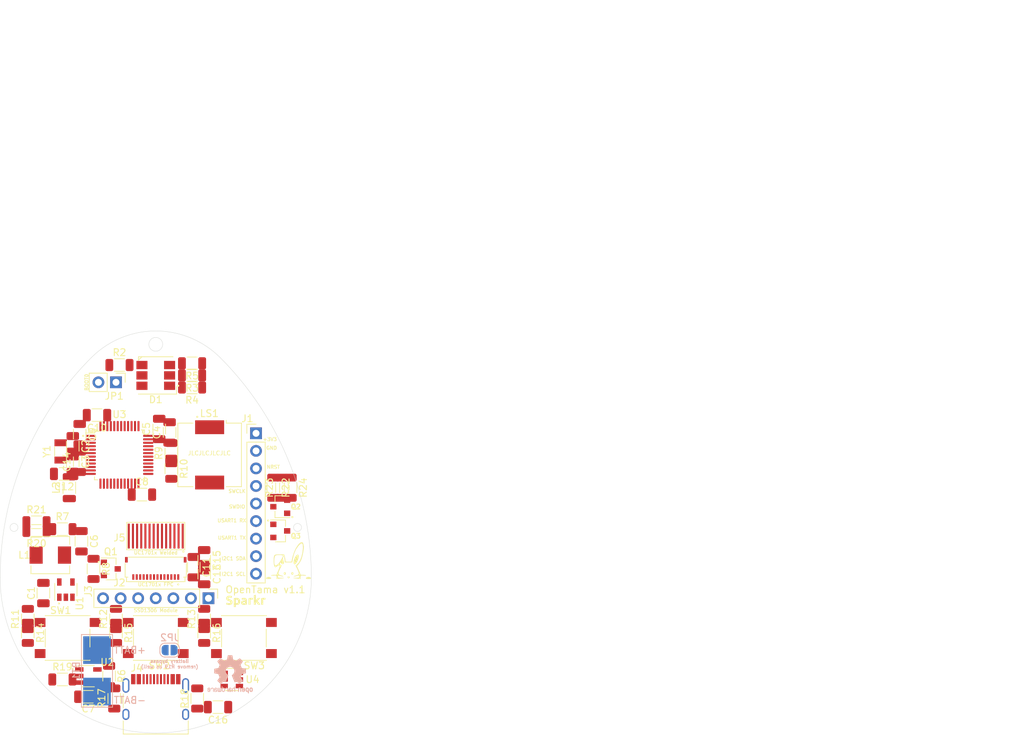
<source format=kicad_pcb>
(kicad_pcb (version 20221018) (generator pcbnew)
  (title_block (title "OpenTama") (date "2022-04-18") (rev "2.0") (comment 1 "Licensed under CERN-OHL-S v2") (comment 2 "gkbartleyjr@gmail.com") (comment 3 "G. Keith Bartley, Jr.") (comment 4 "Modified from https://github.com/Sparkr-tech/opentama"))
  (layers (0 "F.Cu" signal) (31 "B.Cu" signal) (34 "B.Paste" user) (35 "F.Paste" user) (36 "B.SilkS" user "B.Silkscreen") (37 "F.SilkS" user "F.Silkscreen") (38 "B.Mask" user) (39 "F.Mask" user) (44 "Edge.Cuts" user))
  (net 0 "")
  (net 1 "-BATT")
  (net 2 "+BATT")
  (net 3 "OSC32_IN")
  (net 4 "OSC32_OUT")
  (net 5 "+3V3")
  (net 6 "Net-(U1-FB)")
  (net 7 "+5V")
  (net 8 "Net-(J2-Pin_3)")
  (net 9 "+3.3VA")
  (net 10 "Net-(J2-Pin_7)")
  (net 11 "Net-(J2-Pin_6)")
  (net 12 "Net-(J2-Pin_4)")
  (net 13 "Net-(J2-Pin_5)")
  (net 14 "Net-(D1-BA)")
  (net 15 "Net-(D1-RA)")
  (net 16 "Net-(D1-GA)")
  (net 17 "NRST")
  (net 18 "SWCLK")
  (net 19 "SWDIO")
  (net 20 "USART1_RX")
  (net 21 "USART1_TX")
  (net 22 "I2C1_SDA")
  (net 23 "I2C1_SCL")
  (net 24 "Net-(J2-Pin_1)")
  (net 25 "SCREEN_DIN")
  (net 26 "SCREEN_CLK")
  (net 27 "SCREEN_DC")
  (net 28 "SCREEN_RES")
  (net 29 "SCREEN_CS")
  (net 30 "USB_CONN_D+")
  (net 32 "Net-(J4-CC1)")
  (net 33 "USB_CONN_D-")
  (net 35 "Net-(J4-CC2)")
  (net 36 "BOOT0")
  (net 37 "Net-(U1-SW)")
  (net 38 "Net-(LS1-Pad1)")
  (net 39 "BL_EN")
  (net 40 "NCHARG")
  (net 41 "RED_LED")
  (net 42 "GREEN_LED")
  (net 43 "BLUE_LED")
  (net 44 "Net-(Q2-D)")
  (net 45 "SPEAKER")
  (net 46 "LEFT_BTN")
  (net 47 "MIDDLE_BTN")
  (net 48 "RIGHT_BTN")
  (net 49 "Net-(Q3-D)")
  (net 50 "Net-(U2-PROG)")
  (net 51 "Net-(U2-BAT)")
  (net 58 "USB_D-")
  (net 59 "USB_D+")
  (net 61 "Net-(R11-Pad1)")
  (net 62 "Net-(R12-Pad1)")
  (net 63 "Net-(R13-Pad1)")
  (net 65 "VBUS_SENSE")
  (net 66 "VBATT_MEAS")
  (net 68 "VBATT_ANA")
  (footprint "Capacitor_SMD:C_1206_3216Metric" (layer "F.Cu") (at 133.75 103.5 -90)
    (fp_text reference "C1" (at 0 1.75 90) (layer "F.SilkS"))
    (fp_text value "4.7uF")
    (pad "1" smd roundrect (at -1.475 0 270) (size 1.15 1.8) (layers "F.Cu" "F.Paste" "F.Mask") (roundrect_rratio 0.2173904348) (net 2 "+BATT"))
    (pad "2" smd roundrect (at 1.475 0 270) (size 1.15 1.8) (layers "F.Cu" "F.Paste" "F.Mask") (roundrect_rratio 0.2173904348) (net 1 "-BATT"))
  )
  (footprint "Capacitor_SMD:C_1206_3216Metric" (layer "F.Cu") (at 139.25 96 -90)
    (fp_text reference "C6" (at 0 -1.85 90) (layer "F.SilkS"))
    (fp_text value "10uF")
    (pad "1" smd roundrect (at -1.475 0 270) (size 1.15 1.8) (layers "F.Cu" "F.Paste" "F.Mask") (roundrect_rratio 0.2173904348) (net 6 "Net-(U1-FB)"))
    (pad "2" smd roundrect (at 1.475 0 270) (size 1.15 1.8) (layers "F.Cu" "F.Paste" "F.Mask") (roundrect_rratio 0.2173904348) (net 1 "-BATT"))
  )
  (footprint "Capacitor_SMD:C_1206_3216Metric" (layer "F.Cu") (at 140.25 118.5)
    (fp_text reference "C7" (at 0 1.75) (layer "F.SilkS"))
    (fp_text value "1uF")
    (pad "1" smd roundrect (at -1.475 0) (size 1.15 1.8) (layers "F.Cu" "F.Paste" "F.Mask") (roundrect_rratio 0.2173904348) (net 1 "-BATT"))
    (pad "2" smd roundrect (at 1.475 0) (size 1.15 1.8) (layers "F.Cu" "F.Paste" "F.Mask") (roundrect_rratio 0.2173904348) (net 7 "+5V"))
  )
  (footprint "Capacitor_SMD:C_1206_3216Metric" (layer "F.Cu") (at 155.5 99.75 -90)
    (fp_text reference "C11" (at 0 -1.85 -90) (layer "F.SilkS"))
    (fp_text value "330nF/25V")
    (pad "1" smd roundrect (at -1.475 0 270) (size 1.15 1.8) (layers "F.Cu" "F.Paste" "F.Mask") (roundrect_rratio 0.217391) (net 8 "Net-(J2-Pin_3)"))
    (pad "2" smd roundrect (at 1.475 0 270) (size 1.15 1.8) (layers "F.Cu" "F.Paste" "F.Mask") (roundrect_rratio 0.217391) (net 1 "-BATT"))
  )
  (footprint "Capacitor_SMD:C_1206_3216Metric" (layer "F.Cu") (at 157 100.75 -90)
    (fp_text reference "C13" (at 0 -1.85 -90) (layer "F.SilkS"))
    (fp_text value "2.2uF/5V")
    (pad "1" smd roundrect (at -1.475 0 270) (size 1.15 1.8) (layers "F.Cu" "F.Paste" "F.Mask") (roundrect_rratio 0.217391) (net 11 "Net-(J2-Pin_6)"))
    (pad "2" smd roundrect (at 1.475 0 270) (size 1.15 1.8) (layers "F.Cu" "F.Paste" "F.Mask") (roundrect_rratio 0.217391) (net 10 "Net-(J2-Pin_7)"))
  )
  (footprint "Capacitor_SMD:C_1206_3216Metric" (layer "F.Cu") (at 157 98.75 -90)
    (fp_text reference "C15" (at 0 -1.85 -90) (layer "F.SilkS"))
    (fp_text value "2.2uF/5V")
    (pad "1" smd roundrect (at -1.475 0 270) (size 1.15 1.8) (layers "F.Cu" "F.Paste" "F.Mask") (roundrect_rratio 0.217391) (net 12 "Net-(J2-Pin_4)"))
    (pad "2" smd roundrect (at 1.475 0 270) (size 1.15 1.8) (layers "F.Cu" "F.Paste" "F.Mask") (roundrect_rratio 0.217391) (net 13 "Net-(J2-Pin_5)"))
  )
  (footprint "OpenTama:LED_RGB_TC5050" (layer "F.Cu") (at 150 72)
    (fp_text reference "D1" (at 0 3.5 180) (layer "F.SilkS"))
    (fp_text value "LED_RGB")
    (pad "1" smd rect (at -2 0 90) (size 1.2 1.6) (layers "F.Cu" "F.Paste" "F.Mask") (net 1 "-BATT"))
    (pad "2" smd rect (at -2 1.5 90) (size 1.2 1.6) (layers "F.Cu" "F.Paste" "F.Mask") (net 1 "-BATT"))
    (pad "3" smd rect (at -2 -1.5 90) (size 1.2 1.6) (layers "F.Cu" "F.Paste" "F.Mask") (net 1 "-BATT"))
    (pad "4" smd rect (at 2 -1.5 90) (size 1.2 1.6) (layers "F.Cu" "F.Paste" "F.Mask") (net 14 "Net-(D1-BA)"))
    (pad "5" smd rect (at 2 1.5 90) (size 1.2 1.6) (layers "F.Cu" "F.Paste" "F.Mask") (net 16 "Net-(D1-GA)"))
    (pad "6" smd rect (at 2 0 90) (size 1.2 1.6) (layers "F.Cu" "F.Paste" "F.Mask") (net 15 "Net-(D1-RA)"))
  )
  (footprint "Connector_USB:USB_C_Receptacle_HRO_TYPE-C-31-M-12" (layer "F.Cu") (at 150 120)
    (fp_text reference "J4" (at -2.75 -5.645) (layer "F.SilkS"))
    (fp_text value "USB_C_Receptacle_USB2.0")
    (pad "" np_thru_hole circle (at -2.89 -2.6) (size 0.65 0.65) (drill 0.65) (layers "*.Cu" "*.Mask"))
    (pad "" np_thru_hole circle (at 2.89 -2.6) (size 0.65 0.65) (drill 0.65) (layers "*.Cu" "*.Mask"))
    (pad "A1" smd rect (at -3.25 -4.045) (size 0.6 1.45) (layers "F.Cu" "F.Paste" "F.Mask") (net 1 "-BATT"))
    (pad "A4" smd rect (at -2.45 -4.045) (size 0.6 1.45) (layers "F.Cu" "F.Paste" "F.Mask") (net 7 "+5V"))
    (pad "A5" smd rect (at -1.25 -4.045) (size 0.3 1.45) (layers "F.Cu" "F.Paste" "F.Mask") (net 32 "Net-(J4-CC1)"))
    (pad "A6" smd rect (at -0.25 -4.045) (size 0.3 1.45) (layers "F.Cu" "F.Paste" "F.Mask") (net 30 "USB_CONN_D+"))
    (pad "A7" smd rect (at 0.25 -4.045) (size 0.3 1.45) (layers "F.Cu" "F.Paste" "F.Mask") (net 33 "USB_CONN_D-"))
    (pad "A8" smd rect (at 1.25 -4.045) (size 0.3 1.45) (layers "F.Cu" "F.Paste" "F.Mask"))
    (pad "A9" smd rect (at 2.45 -4.045) (size 0.6 1.45) (layers "F.Cu" "F.Paste" "F.Mask") (net 7 "+5V"))
    (pad "A12" smd rect (at 3.25 -4.045) (size 0.6 1.45) (layers "F.Cu" "F.Paste" "F.Mask") (net 1 "-BATT"))
    (pad "B1" smd rect (at 3.25 -4.045) (size 0.6 1.45) (layers "F.Cu" "F.Paste" "F.Mask") (net 1 "-BATT"))
    (pad "B4" smd rect (at 2.45 -4.045) (size 0.6 1.45) (layers "F.Cu" "F.Paste" "F.Mask") (net 7 "+5V"))
    (pad "B5" smd rect (at 1.75 -4.045) (size 0.3 1.45) (layers "F.Cu" "F.Paste" "F.Mask") (net 35 "Net-(J4-CC2)"))
    (pad "B6" smd rect (at 0.75 -4.045) (size 0.3 1.45) (layers "F.Cu" "F.Paste" "F.Mask") (net 30 "USB_CONN_D+"))
    (pad "B7" smd rect (at -0.75 -4.045) (size 0.3 1.45) (layers "F.Cu" "F.Paste" "F.Mask") (net 33 "USB_CONN_D-"))
    (pad "B8" smd rect (at -1.75 -4.045) (size 0.3 1.45) (layers "F.Cu" "F.Paste" "F.Mask"))
    (pad "B9" smd rect (at -2.45 -4.045) (size 0.6 1.45) (layers "F.Cu" "F.Paste" "F.Mask") (net 7 "+5V"))
    (pad "B12" smd rect (at -3.25 -4.045) (size 0.6 1.45) (layers "F.Cu" "F.Paste" "F.Mask") (net 1 "-BATT"))
    (pad "S1" thru_hole oval (at -4.32 -3.13) (size 1 2.1) (drill oval 0.6 1.7) (layers "*.Cu" "*.Mask") (net 1 "-BATT"))
    (pad "S1" thru_hole oval (at -4.32 1.05) (size 1 1.6) (drill oval 0.6 1.2) (layers "*.Cu" "*.Mask") (net 1 "-BATT"))
    (pad "S1" thru_hole oval (at 4.32 -3.13) (size 1 2.1) (drill oval 0.6 1.7) (layers "*.Cu" "*.Mask") (net 1 "-BATT"))
    (pad "S1" thru_hole oval (at 4.32 1.05) (size 1 1.6) (drill oval 0.6 1.2) (layers "*.Cu" "*.Mask") (net 1 "-BATT"))
  )
  (footprint "Inductor_SMD:L_Sunlord_MWSA0518_5.4x5.2mm" (layer "F.Cu") (at 134.75 98)
    (fp_text reference "L1" (at -3.75 0) (layer "F.SilkS"))
    (fp_text value "10uH")
    (pad "1" smd rect (at -2.05 0) (size 1.9 2.5) (layers "F.Cu" "F.Paste" "F.Mask") (net 37 "Net-(U1-SW)"))
    (pad "2" smd rect (at 2.05 0) (size 1.9 2.5) (layers "F.Cu" "F.Paste" "F.Mask") (net 6 "Net-(U1-FB)"))
  )
  (footprint "Package_TO_SOT_SMD:SOT-23" (layer "F.Cu") (at 143.5 100)
    (fp_text reference "Q1" (at 0 -2.5) (layer "F.SilkS"))
    (fp_text value "BSS138")
    (pad "1" smd rect (at -1 -0.95) (size 0.9 0.8) (layers "F.Cu" "F.Paste" "F.Mask") (net 39 "BL_EN"))
    (pad "2" smd rect (at -1 0.95) (size 0.9 0.8) (layers "F.Cu" "F.Paste" "F.Mask") (net 1 "-BATT"))
    (pad "3" smd rect (at 1 0) (size 0.9 0.8) (layers "F.Cu" "F.Paste" "F.Mask") (net 24 "Net-(J2-Pin_1)"))
  )
  (footprint "Resistor_SMD:R_1206_3216Metric" (layer "F.Cu") (at 144.75 70.5)
    (fp_text reference "R2" (at 0 -1.82) (layer "F.SilkS"))
    (fp_text value "10k")
    (pad "1" smd roundrect (at -1.4625 0) (size 1.125 1.75) (layers "F.Cu" "F.Paste" "F.Mask") (roundrect_rratio 0.222222) (net 36 "BOOT0"))
    (pad "2" smd roundrect (at 1.4625 0) (size 1.125 1.75) (layers "F.Cu" "F.Paste" "F.Mask") (roundrect_rratio 0.222222) (net 1 "-BATT"))
  )
  (footprint "Resistor_SMD:R_1206_3216Metric" (layer "F.Cu") (at 155.25 72 180)
    (fp_text reference "R3" (at 0 -1.82 180) (layer "F.SilkS"))
    (fp_text value "1k")
    (pad "1" smd roundrect (at -1.4625 0 180) (size 1.125 1.75) (layers "F.Cu" "F.Paste" "F.Mask") (roundrect_rratio 0.222222) (net 41 "RED_LED"))
    (pad "2" smd roundrect (at 1.4625 0 180) (size 1.125 1.75) (layers "F.Cu" "F.Paste" "F.Mask") (roundrect_rratio 0.222222) (net 15 "Net-(D1-RA)"))
  )
  (footprint "Resistor_SMD:R_1206_3216Metric" (layer "F.Cu") (at 155.25 73.75 180)
    (fp_text reference "R4" (at 0 -1.82 180) (layer "F.SilkS"))
    (fp_text value "330")
    (pad "1" smd roundrect (at -1.4625 0 180) (size 1.125 1.75) (layers "F.Cu" "F.Paste" "F.Mask") (roundrect_rratio 0.222222) (net 42 "GREEN_LED"))
    (pad "2" smd roundrect (at 1.4625 0 180) (size 1.125 1.75) (layers "F.Cu" "F.Paste" "F.Mask") (roundrect_rratio 0.222222) (net 16 "Net-(D1-GA)"))
  )
  (footprint "Resistor_SMD:R_1206_3216Metric" (layer "F.Cu") (at 155.25 70.25 180)
    (fp_text reference "R5" (at 0 -1.82 180) (layer "F.SilkS"))
    (fp_text value "330")
    (pad "1" smd roundrect (at -1.4625 0 180) (size 1.125 1.75) (layers "F.Cu" "F.Paste" "F.Mask") (roundrect_rratio 0.222222) (net 43 "BLUE_LED"))
    (pad "2" smd roundrect (at 1.4625 0 180) (size 1.125 1.75) (layers "F.Cu" "F.Paste" "F.Mask") (roundrect_rratio 0.222222) (net 14 "Net-(D1-BA)"))
  )
  (footprint "Resistor_SMD:R_1206_3216Metric" (layer "F.Cu") (at 143.25 115.5 -90)
    (fp_text reference "R6" (at 0 -1.82 -90) (layer "F.SilkS"))
    (fp_text value "2k 1%")
    (pad "1" smd roundrect (at -1.4625 0 270) (size 1.125 1.75) (layers "F.Cu" "F.Paste" "F.Mask") (roundrect_rratio 0.222222) (net 50 "Net-(U2-PROG)"))
    (pad "2" smd roundrect (at 1.4625 0 270) (size 1.125 1.75) (layers "F.Cu" "F.Paste" "F.Mask") (roundrect_rratio 0.222222) (net 1 "-BATT"))
  )
  (footprint "Resistor_SMD:R_1206_3216Metric" (layer "F.Cu") (at 136.5 94.25)
    (fp_text reference "R7" (at 0 -1.82) (layer "F.SilkS"))
    (fp_text value "0")
    (pad "1" smd roundrect (at -1.4625 0) (size 1.125 1.75) (layers "F.Cu" "F.Paste" "F.Mask") (roundrect_rratio 0.222222) (net 5 "+3V3"))
    (pad "2" smd roundrect (at 1.4625 0) (size 1.125 1.75) (layers "F.Cu" "F.Paste" "F.Mask") (roundrect_rratio 0.222222) (net 6 "Net-(U1-FB)"))
  )
  (footprint "Resistor_SMD:R_1206_3216Metric" (layer "F.Cu") (at 141 100 -90)
    (fp_text reference "R8" (at 0 -1.82 -90) (layer "F.SilkS"))
    (fp_text value "10k")
    (pad "1" smd roundrect (at -1.4625 0 270) (size 1.125 1.75) (layers "F.Cu" "F.Paste" "F.Mask") (roundrect_rratio 0.222222) (net 39 "BL_EN"))
    (pad "2" smd roundrect (at 1.4625 0 270) (size 1.125 1.75) (layers "F.Cu" "F.Paste" "F.Mask") (roundrect_rratio 0.222222) (net 1 "-BATT"))
  )
  (footprint "Resistor_SMD:R_1206_3216Metric" (layer "F.Cu") (at 131.5 107.25 90)
    (fp_text reference "R11" (at 0 -1.82 90) (layer "F.SilkS"))
    (fp_text value "330")
    (pad "1" smd roundrect (at -1.4625 0 90) (size 1.125 1.75) (layers "F.Cu" "F.Paste" "F.Mask") (roundrect_rratio 0.222222) (net 61 "Net-(R11-Pad1)"))
    (pad "2" smd roundrect (at 1.4625 0 90) (size 1.125 1.75) (layers "F.Cu" "F.Paste" "F.Mask") (roundrect_rratio 0.222222) (net 46 "LEFT_BTN"))
  )
  (footprint "Resistor_SMD:R_1206_3216Metric" (layer "F.Cu") (at 144.25 107.25 90)
    (fp_text reference "R12" (at 0 -1.82 90) (layer "F.SilkS"))
    (fp_text value "330")
    (pad "1" smd roundrect (at -1.4625 0 90) (size 1.125 1.75) (layers "F.Cu" "F.Paste" "F.Mask") (roundrect_rratio 0.222222) (net 62 "Net-(R12-Pad1)"))
    (pad "2" smd roundrect (at 1.4625 0 90) (size 1.125 1.75) (layers "F.Cu" "F.Paste" "F.Mask") (roundrect_rratio 0.222222) (net 47 "MIDDLE_BTN"))
  )
  (footprint "Resistor_SMD:R_1206_3216Metric" (layer "F.Cu") (at 157 107.25 90)
    (fp_text reference "R13" (at 0 -1.82 90) (layer "F.SilkS"))
    (fp_text value "330")
    (pad "1" smd roundrect (at -1.4625 0 90) (size 1.125 1.75) (layers "F.Cu" "F.Paste" "F.Mask") (roundrect_rratio 0.222222) (net 63 "Net-(R13-Pad1)"))
    (pad "2" smd roundrect (at 1.4625 0 90) (size 1.125 1.75) (layers "F.Cu" "F.Paste" "F.Mask") (roundrect_rratio 0.222222) (net 48 "RIGHT_BTN"))
  )
  (footprint "Resistor_SMD:R_1206_3216Metric" (layer "F.Cu") (at 131.5 109.25 -90)
    (fp_text reference "R14" (at 0 -1.82 -90) (layer "F.SilkS"))
    (fp_text value "220k")
    (pad "1" smd roundrect (at -1.4625 0 270) (size 1.125 1.75) (layers "F.Cu" "F.Paste" "F.Mask") (roundrect_rratio 0.222222) (net 61 "Net-(R11-Pad1)"))
    (pad "2" smd roundrect (at 1.4625 0 270) (size 1.125 1.75) (layers "F.Cu" "F.Paste" "F.Mask") (roundrect_rratio 0.222222) (net 1 "-BATT"))
  )
  (footprint "Resistor_SMD:R_1206_3216Metric" (layer "F.Cu") (at 144.25 109.25 -90)
    (fp_text reference "R15" (at 0 -1.82 -90) (layer "F.SilkS"))
    (fp_text value "220k")
    (pad "1" smd roundrect (at -1.4625 0 270) (size 1.125 1.75) (layers "F.Cu" "F.Paste" "F.Mask") (roundrect_rratio 0.222222) (net 62 "Net-(R12-Pad1)"))
    (pad "2" smd roundrect (at 1.4625 0 270) (size 1.125 1.75) (layers "F.Cu" "F.Paste" "F.Mask") (roundrect_rratio 0.222222) (net 1 "-BATT"))
  )
  (footprint "Resistor_SMD:R_1206_3216Metric" (layer "F.Cu") (at 157 109.25 -90)
    (fp_text reference "R16" (at 0 -1.82 -90) (layer "F.SilkS"))
    (fp_text value "220k")
    (pad "1" smd roundrect (at -1.4625 0 270) (size 1.125 1.75) (layers "F.Cu" "F.Paste" "F.Mask") (roundrect_rratio 0.222222) (net 63 "Net-(R13-Pad1)"))
    (pad "2" smd roundrect (at 1.4625 0 270) (size 1.125 1.75) (layers "F.Cu" "F.Paste" "F.Mask") (roundrect_rratio 0.222222) (net 1 "-BATT"))
  )
  (footprint "Resistor_SMD:R_1206_3216Metric" (layer "F.Cu") (at 144 118.75 90)
    (fp_text reference "R17" (at 0 -1.82 90) (layer "F.SilkS"))
    (fp_text value "5.1k")
    (pad "1" smd roundrect (at -1.4625 0 90) (size 1.125 1.75) (layers "F.Cu" "F.Paste" "F.Mask") (roundrect_rratio 0.222222) (net 1 "-BATT"))
    (pad "2" smd roundrect (at 1.4625 0 90) (size 1.125 1.75) (layers "F.Cu" "F.Paste" "F.Mask") (roundrect_rratio 0.222222) (net 32 "Net-(J4-CC1)"))
  )
  (footprint "Resistor_SMD:R_1206_3216Metric" (layer "F.Cu") (at 156 118.75 90)
    (fp_text reference "R18" (at 0 -1.82 90) (layer "F.SilkS"))
    (fp_text value "5.1k")
    (pad "1" smd roundrect (at -1.4625 0 90) (size 1.125 1.75) (layers "F.Cu" "F.Paste" "F.Mask") (roundrect_rratio 0.222222) (net 1 "-BATT"))
    (pad "2" smd roundrect (at 1.4625 0 90) (size 1.125 1.75) (layers "F.Cu" "F.Paste" "F.Mask") (roundrect_rratio 0.222222) (net 35 "Net-(J4-CC2)"))
  )
  (footprint "Button_Switch_SMD:SW_Push_1P1T_NO_6x6mm_H9.5mm" (layer "F.Cu") (at 137.25 110)
    (fp_text reference "SW1" (at -1 -4) (layer "F.SilkS"))
    (fp_text value "LEFT")
    (pad "1" smd rect (at -3.975 -2.25) (size 1.55 1.3) (layers "F.Cu" "F.Paste" "F.Mask") (net 61 "Net-(R11-Pad1)"))
    (pad "1" smd rect (at 3.975 -2.25) (size 1.55 1.3) (layers "F.Cu" "F.Paste" "F.Mask") (net 61 "Net-(R11-Pad1)"))
    (pad "2" smd rect (at -3.975 2.25) (size 1.55 1.3) (layers "F.Cu" "F.Paste" "F.Mask") (net 5 "+3V3"))
    (pad "2" smd rect (at 3.975 2.25) (size 1.55 1.3) (layers "F.Cu" "F.Paste" "F.Mask") (net 5 "+3V3"))
  )
  (footprint "Button_Switch_SMD:SW_Push_1P1T_NO_6x6mm_H9.5mm" (layer "F.Cu") (at 150 110)
    (fp_text reference "SW2" (at 0.5 4) (layer "F.SilkS"))
    (fp_text value "MIDDLE")
    (pad "1" smd rect (at -3.975 -2.25) (size 1.55 1.3) (layers "F.Cu" "F.Paste" "F.Mask") (net 62 "Net-(R12-Pad1)"))
    (pad "1" smd rect (at 3.975 -2.25) (size 1.55 1.3) (layers "F.Cu" "F.Paste" "F.Mask") (net 62 "Net-(R12-Pad1)"))
    (pad "2" smd rect (at -3.975 2.25) (size 1.55 1.3) (layers "F.Cu" "F.Paste" "F.Mask") (net 5 "+3V3"))
    (pad "2" smd rect (at 3.975 2.25) (size 1.55 1.3) (layers "F.Cu" "F.Paste" "F.Mask") (net 5 "+3V3"))
  )
  (footprint "Button_Switch_SMD:SW_Push_1P1T_NO_6x6mm_H9.5mm" (layer "F.Cu") (at 162.75 110)
    (fp_text reference "SW3" (at 1.5 4) (layer "F.SilkS"))
    (fp_text value "RIGHT")
    (pad "1" smd rect (at -3.975 -2.25) (size 1.55 1.3) (layers "F.Cu" "F.Paste" "F.Mask") (net 63 "Net-(R13-Pad1)"))
    (pad "1" smd rect (at 3.975 -2.25) (size 1.55 1.3) (layers "F.Cu" "F.Paste" "F.Mask") (net 63 "Net-(R13-Pad1)"))
    (pad "2" smd rect (at -3.975 2.25) (size 1.55 1.3) (layers "F.Cu" "F.Paste" "F.Mask") (net 5 "+3V3"))
    (pad "2" smd rect (at 3.975 2.25) (size 1.55 1.3) (layers "F.Cu" "F.Paste" "F.Mask") (net 5 "+3V3"))
  )
  (footprint "Package_TO_SOT_SMD:SOT-23-5" (layer "F.Cu") (at 137 103 90)
    (fp_text reference "U1" (at -2 2 90) (layer "F.SilkS"))
    (fp_text value "TPS62203DBV")
    (pad "1" smd rect (at -1.1 -0.95 90) (size 1.06 0.65) (layers "F.Cu" "F.Paste" "F.Mask") (net 2 "+BATT"))
    (pad "2" smd rect (at -1.1 0 90) (size 1.06 0.65) (layers "F.Cu" "F.Paste" "F.Mask") (net 1 "-BATT"))
    (pad "3" smd rect (at -1.1 0.95 90) (size 1.06 0.65) (layers "F.Cu" "F.Paste" "F.Mask") (net 2 "+BATT"))
    (pad "4" smd rect (at 1.1 0.95 90) (size 1.06 0.65) (layers "F.Cu" "F.Paste" "F.Mask") (net 6 "Net-(U1-FB)"))
    (pad "5" smd rect (at 1.1 -0.95 90) (size 1.06 0.65) (layers "F.Cu" "F.Paste" "F.Mask") (net 37 "Net-(U1-SW)"))
  )
  (footprint "Package_TO_SOT_SMD:TSOT-23-5" (layer "F.Cu") (at 140.25 115.5)
    (fp_text reference "U2" (at 2.75 -2) (layer "F.SilkS"))
    (fp_text value "LTC4054ES5-4.2")
    (pad "1" smd rect (at -1.31 -0.95) (size 1.22 0.65) (layers "F.Cu" "F.Paste" "F.Mask") (net 40 "NCHARG"))
    (pad "2" smd rect (at -1.31 0) (size 1.22 0.65) (layers "F.Cu" "F.Paste" "F.Mask") (net 1 "-BATT"))
    (pad "3" smd rect (at -1.31 0.95) (size 1.22 0.65) (layers "F.Cu" "F.Paste" "F.Mask") (net 51 "Net-(U2-BAT)"))
    (pad "4" smd rect (at 1.31 0.95) (size 1.22 0.65) (layers "F.Cu" "F.Paste" "F.Mask") (net 7 "+5V"))
    (pad "5" smd rect (at 1.31 -0.95) (size 1.22 0.65) (layers "F.Cu" "F.Paste" "F.Mask") (net 50 "Net-(U2-PROG)"))
  )
  (footprint "Connector_PinHeader_2.54mm:PinHeader_1x02_P2.54mm_Vertical" (layer "F.Cu") (at 144.25 73 -90)
    (fp_text reference "JP1" (at 2 0.25 180) (layer "F.SilkS"))
    (fp_text value "BOOT0")
    (pad "1" thru_hole rect (at 0 0 270) (size 1.7 1.7) (drill 1) (layers "*.Cu" "*.Mask") (net 36 "BOOT0"))
    (pad "2" thru_hole oval (at 0 2.54 270) (size 1.7 1.7) (drill 1) (layers "*.Cu" "*.Mask") (net 5 "+3V3"))
  )
  (footprint "Connector_PinHeader_2.54mm:PinHeader_1x09_P2.54mm_Vertical" (layer "F.Cu") (at 164.5 80.38)
    (fp_text reference "J1" (at -1.25 -2.13) (layer "F.SilkS"))
    (fp_text value "Conn_01x09")
    (pad "1" thru_hole rect (at 0 0) (size 1.7 1.7) (drill 1) (layers "*.Cu" "*.Mask") (net 5 "+3V3"))
    (pad "2" thru_hole oval (at 0 2.54) (size 1.7 1.7) (drill 1) (layers "*.Cu" "*.Mask") (net 1 "-BATT"))
    (pad "3" thru_hole oval (at 0 5.08) (size 1.7 1.7) (drill 1) (layers "*.Cu" "*.Mask") (net 17 "NRST"))
    (pad "4" thru_hole oval (at 0 7.62) (size 1.7 1.7) (drill 1) (layers "*.Cu" "*.Mask") (net 18 "SWCLK"))
    (pad "5" thru_hole oval (at 0 10.16) (size 1.7 1.7) (drill 1) (layers "*.Cu" "*.Mask") (net 19 "SWDIO"))
    (pad "6" thru_hole oval (at 0 12.7) (size 1.7 1.7) (drill 1) (layers "*.Cu" "*.Mask") (net 20 "USART1_RX"))
    (pad "7" thru_hole oval (at 0 15.24) (size 1.7 1.7) (drill 1) (layers "*.Cu" "*.Mask") (net 21 "USART1_TX"))
    (pad "8" thru_hole oval (at 0 17.78) (size 1.7 1.7) (drill 1) (layers "*.Cu" "*.Mask") (net 22 "I2C1_SDA"))
    (pad "9" thru_hole oval (at 0 20.32) (size 1.7 1.7) (drill 1) (layers "*.Cu" "*.Mask") (net 23 "I2C1_SCL"))
  )
  (footprint "Connector_PinHeader_2.54mm:PinHeader_1x07_P2.54mm_Vertical" (layer "F.Cu") (at 157.62 104.25 -90)
    (fp_text reference "J3" (at -1 17.37 90) (layer "F.SilkS"))
    (fp_text value "Conn_01x07")
    (pad "1" thru_hole rect (at 0 0 270) (size 1.7 1.7) (drill 1) (layers "*.Cu" "*.Mask") (net 1 "-BATT"))
    (pad "2" thru_hole oval (at 0 2.54 270) (size 1.7 1.7) (drill 1) (layers "*.Cu" "*.Mask") (net 5 "+3V3"))
    (pad "3" thru_hole oval (at 0 5.08 270) (size 1.7 1.7) (drill 1) (layers "*.Cu" "*.Mask") (net 26 "SCREEN_CLK"))
    (pad "4" thru_hole oval (at 0 7.62 270) (size 1.7 1.7) (drill 1) (layers "*.Cu" "*.Mask") (net 25 "SCREEN_DIN"))
    (pad "5" thru_hole oval (at 0 10.16 270) (size 1.7 1.7) (drill 1) (layers "*.Cu" "*.Mask") (net 28 "SCREEN_RES"))
    (pad "6" thru_hole oval (at 0 12.7 270) (size 1.7 1.7) (drill 1) (layers "*.Cu" "*.Mask") (net 27 "SCREEN_DC"))
    (pad "7" thru_hole oval (at 0 15.24 270) (size 1.7 1.7) (drill 1) (layers "*.Cu" "*.Mask") (net 29 "SCREEN_CS"))
  )
  (footprint "Crystal:Crystal_SMD_3215-2Pin_3.2x1.5mm" (layer "F.Cu") (at 136.25 83 90)
    (fp_text reference "Y1" (at 0 -2 90) (layer "F.SilkS"))
    (fp_text value "32768Hz - 12,5 pF")
    (pad "1" smd rect (at 1.25 0 90) (size 1 1.8) (layers "F.Cu" "F.Paste" "F.Mask") (net 3 "OSC32_IN"))
    (pad "2" smd rect (at -1.25 0 90) (size 1 1.8) (layers "F.Cu" "F.Paste" "F.Mask") (net 4 "OSC32_OUT"))
  )
  (footprint "Capacitor_SMD:C_1206_3216Metric" (layer "F.Cu") (at 141.5 77.75 180)
    (fp_text reference "C10" (at 0 -1.85 180) (layer "F.SilkS"))
    (fp_text value "100nF")
    (pad "1" smd roundrect (at -1.475 0 180) (size 1.15 1.8) (layers "F.Cu" "F.Paste" "F.Mask") (roundrect_rratio 0.217391) (net 5 "+3V3"))
    (pad "2" smd roundrect (at 1.475 0 180) (size 1.15 1.8) (layers "F.Cu" "F.Paste" "F.Mask") (roundrect_rratio 0.217391) (net 1 "-BATT"))
  )
  (footprint "Resistor_SMD:R_1206_3216Metric" (layer "F.Cu") (at 152.25 83.25 90)
    (fp_text reference "R9" (at 0 -1.82 90) (layer "F.SilkS"))
    (fp_text value "100")
    (pad "1" smd roundrect (at -1.4625 0 90) (size 1.125 1.75) (layers "F.Cu" "F.Paste" "F.Mask") (roundrect_rratio 0.222222) (net 38 "Net-(LS1-Pad1)"))
    (pad "2" smd roundrect (at 1.4625 0 90) (size 1.125 1.75) (layers "F.Cu" "F.Paste" "F.Mask") (roundrect_rratio 0.222222) (net 45 "SPEAKER"))
  )
  (footprint "Buzzer_Beeper:Buzzer_CUI_CPT-9019S-SMT" (layer "F.Cu") (at 157.79 83.5 -90)
    (fp_text reference "LS1" (at -6 0.04) (layer "F.SilkS"))
    (fp_text value "Speaker_Crystal")
    (pad "1" smd rect (at -4 0 270) (size 2 4.2) (layers "F.Cu" "F.Paste" "F.Mask") (net 38 "Net-(LS1-Pad1)"))
    (pad "2" smd rect (at 4 0 270) (size 2 4.2) (layers "F.Cu" "F.Paste" "F.Mask") (net 1 "-BATT"))
  )
  (footprint "Capacitor_SMD:C_1206_3216Metric" (layer "F.Cu") (at 139 84.5 90)
    (fp_text reference "C14" (at 0 -1.85 90) (layer "F.SilkS"))
    (fp_text value "10nF")
    (pad "1" smd roundrect (at -1.475 0 90) (size 1.15 1.8) (layers "F.Cu" "F.Paste" "F.Mask") (roundrect_rratio 0.217391) (net 9 "+3.3VA"))
    (pad "2" smd roundrect (at 1.475 0 90) (size 1.15 1.8) (layers "F.Cu" "F.Paste" "F.Mask") (roundrect_rratio 0.217391) (net 1 "-BATT"))
  )
  (footprint "Resistor_SMD:R_1206_3216Metric" (layer "F.Cu") (at 152.25 85.5 -90)
    (fp_text reference "R10" (at 0 -1.82 -90) (layer "F.SilkS"))
    (fp_text value "1k")
    (pad "1" smd roundrect (at -1.4625 0 270) (size 1.125 1.75) (layers "F.Cu" "F.Paste" "F.Mask") (roundrect_rratio 0.222222) (net 38 "Net-(LS1-Pad1)"))
    (pad "2" smd roundrect (at 1.4625 0 270) (size 1.125 1.75) (layers "F.Cu" "F.Paste" "F.Mask") (roundrect_rratio 0.222222) (net 1 "-BATT"))
  )
  (footprint "Capacitor_SMD:C_1206_3216Metric" (layer "F.Cu") (at 139 80.5 -90)
    (fp_text reference "C9" (at 0 -1.85 -90) (layer "F.SilkS"))
    (fp_text value "100nF")
    (pad "1" smd roundrect (at -1.475 0 270) (size 1.15 1.8) (layers "F.Cu" "F.Paste" "F.Mask") (roundrect_rratio 0.217391) (net 5 "+3V3"))
    (pad "2" smd roundrect (at 1.475 0 270) (size 1.15 1.8) (layers "F.Cu" "F.Paste" "F.Mask") (roundrect_rratio 0.217391) (net 1 "-BATT"))
  )
  (footprint "Capacitor_SMD:C_1206_3216Metric" (layer "F.Cu") (at 148 89.25)
    (fp_text reference "C8" (at 0 -1.85) (layer "F.SilkS"))
    (fp_text value "100nF")
    (pad "1" smd roundrect (at -1.475 0) (size 1.15 1.8) (layers "F.Cu" "F.Paste" "F.Mask") (roundrect_rratio 0.217391) (net 5 "+3V3"))
    (pad "2" smd roundrect (at 1.475 0) (size 1.15 1.8) (layers "F.Cu" "F.Paste" "F.Mask") (roundrect_rratio 0.217391) (net 1 "-BATT"))
  )
  (footprint "Inductor_SMD:L_1206_3216Metric" (layer "F.Cu") (at 137.5 88.25 90)
    (fp_text reference "L2" (at 0 -1.9 90) (layer "F.SilkS"))
    (fp_text value "39nH")
    (pad "1" smd roundrect (at -1.575 0 90) (size 1.05 1.9) (layers "F.Cu" "F.Paste" "F.Mask") (roundrect_rratio 0.238095) (net 5 "+3V3"))
    (pad "2" smd roundrect (at 1.575 0 90) (size 1.05 1.9) (layers "F.Cu" "F.Paste" "F.Mask") (roundrect_rratio 0.238095) (net 9 "+3.3VA"))
  )
  (footprint "Package_QFP:LQFP-48_7x7mm_P0.5mm" (layer "F.Cu") (at 144.75 83.5)
    (fp_text reference "U3" (at 0 -5.85) (layer "F.SilkS"))
    (fp_text value "STM32L072CBTx")
    (pad "1" smd roundrect (at -4.1625 -2.75) (size 1.475 0.3) (layers "F.Cu" "F.Paste" "F.Mask") (net 5 "+3V3"))
    (pad "2" smd roundrect (at -4.1625 -2.25) (size 1.475 0.3) (layers "F.Cu" "F.Paste" "F.Mask"))
    (pad "3" smd roundrect (at -4.1625 -1.75) (size 1.475 0.3) (layers "F.Cu" "F.Paste" "F.Mask") (net 3 "OSC32_IN"))
    (pad "4" smd roundrect (at -4.1625 -1.25) (size 1.475 0.3) (layers "F.Cu" "F.Paste" "F.Mask") (net 4 "OSC32_OUT"))
    (pad "5" smd roundrect (at -4.1625 -0.75) (size 1.475 0.3) (layers "F.Cu" "F.Paste" "F.Mask"))
    (pad "6" smd roundrect (at -4.1625 -0.25) (size 1.475 0.3) (layers "F.Cu" "F.Paste" "F.Mask"))
    (pad "7" smd roundrect (at -4.1625 0.25) (size 1.475 0.3) (layers "F.Cu" "F.Paste" "F.Mask") (net 17 "NRST"))
    (pad "8" smd roundrect (at -4.1625 0.75) (size 1.475 0.3) (layers "F.Cu" "F.Paste" "F.Mask") (net 1 "-BATT"))
    (pad "9" smd roundrect (at -4.1625 1.25) (size 1.475 0.3) (layers "F.Cu" "F.Paste" "F.Mask") (net 9 "+3.3VA"))
    (pad "10" smd roundrect (at -4.1625 1.75) (size 1.475 0.3) (layers "F.Cu" "F.Paste" "F.Mask") (net 47 "MIDDLE_BTN"))
    (pad "11" smd roundrect (at -4.1625 2.25) (size 1.475 0.3) (layers "F.Cu" "F.Paste" "F.Mask") (net 41 "RED_LED"))
    (pad "12" smd roundrect (at -4.1625 2.75) (size 1.475 0.3) (layers "F.Cu" "F.Paste" "F.Mask") (net 43 "BLUE_LED"))
    (pad "13" smd roundrect (at -2.75 4.1625) (size 0.3 1.475) (layers "F.Cu" "F.Paste" "F.Mask") (net 42 "GREEN_LED"))
    (pad "14" smd roundrect (at -2.25 4.1625) (size 0.3 1.475) (layers "F.Cu" "F.Paste" "F.Mask") (net 29 "SCREEN_CS"))
    (pad "15" smd roundrect (at -1.75 4.1625) (size 0.3 1.475) (layers "F.Cu" "F.Paste" "F.Mask") (net 26 "SCREEN_CLK"))
    (pad "16" smd roundrect (at -1.25 4.1625) (size 0.3 1.475) (layers "F.Cu" "F.Paste" "F.Mask") (net 28 "SCREEN_RES"))
    (pad "17" smd roundrect (at -0.75 4.1625) (size 0.3 1.475) (layers "F.Cu" "F.Paste" "F.Mask") (net 25 "SCREEN_DIN"))
    (pad "18" smd roundrect (at -0.25 4.1625) (size 0.3 1.475) (layers "F.Cu" "F.Paste" "F.Mask") (net 68 "VBATT_ANA"))
    (pad "19" smd roundrect (at 0.25 4.1625) (size 0.3 1.475) (layers "F.Cu" "F.Paste" "F.Mask") (net 39 "BL_EN"))
    (pad "20" smd roundrect (at 0.75 4.1625) (size 0.3 1.475) (layers "F.Cu" "F.Paste" "F.Mask") (net 48 "RIGHT_BTN"))
    (pad "21" smd roundrect (at 1.25 4.1625) (size 0.3 1.475) (layers "F.Cu" "F.Paste" "F.Mask"))
    (pad "22" smd roundrect (at 1.75 4.1625) (size 0.3 1.475) (layers "F.Cu" "F.Paste" "F.Mask"))
    (pad "23" smd roundrect (at 2.25 4.1625) (size 0.3 1.475) (layers "F.Cu" "F.Paste" "F.Mask") (net 1 "-BATT"))
    (pad "24" smd roundrect (at 2.75 4.1625) (size 0.3 1.475) (layers "F.Cu" "F.Paste" "F.Mask") (net 5 "+3V3"))
    (pad "25" smd roundrect (at 4.1625 2.75) (size 1.475 0.3) (layers "F.Cu" "F.Paste" "F.Mask"))
    (pad "26" smd roundrect (at 4.1625 2.25) (size 1.475 0.3) (layers "F.Cu" "F.Paste" "F.Mask"))
    (pad "27" smd roundrect (at 4.1625 1.75) (size 1.475 0.3) (layers "F.Cu" "F.Paste" "F.Mask"))
    (pad "28" smd roundrect (at 4.1625 1.25) (size 1.475 0.3) (layers "F.Cu" "F.Paste" "F.Mask"))
    (pad "29" smd roundrect (at 4.1625 0.75) (size 1.475 0.3) (layers "F.Cu" "F.Paste" "F.Mask") (net 27 "SCREEN_DC"))
    (pad "30" smd roundrect (at 4.1625 0.25) (size 1.475 0.3) (layers "F.Cu" "F.Paste" "F.Mask") (net 21 "USART1_TX"))
    (pad "31" smd roundrect (at 4.1625 -0.25) (size 1.475 0.3) (layers "F.Cu" "F.Paste" "F.Mask") (net 20 "USART1_RX"))
    (pad "32" smd roundrect (at 4.1625 -0.75) (size 1.475 0.3) (layers "F.Cu" "F.Paste" "F.Mask") (net 58 "USB_D-"))
    (pad "33" smd roundrect (at 4.1625 -1.25) (size 1.475 0.3) (layers "F.Cu" "F.Paste" "F.Mask") (net 59 "USB_D+"))
    (pad "34" smd roundrect (at 4.1625 -1.75) (size 1.475 0.3) (layers "F.Cu" "F.Paste" "F.Mask") (net 19 "SWDIO"))
    (pad "35" smd roundrect (at 4.1625 -2.25) (size 1.475 0.3) (layers "F.Cu" "F.Paste" "F.Mask") (net 1 "-BATT"))
    (pad "36" smd roundrect (at 4.1625 -2.75) (size 1.475 0.3) (layers "F.Cu" "F.Paste" "F.Mask") (net 5 "+3V3"))
    (pad "37" smd roundrect (at 2.75 -4.1625) (size 0.3 1.475) (layers "F.Cu" "F.Paste" "F.Mask") (net 18 "SWCLK"))
    (pad "38" smd roundrect (at 2.25 -4.1625) (size 0.3 1.475) (layers "F.Cu" "F.Paste" "F.Mask"))
    (pad "39" smd roundrect (at 1.75 -4.1625) (size 0.3 1.475) (layers "F.Cu" "F.Paste" "F.Mask") (net 46 "LEFT_BTN"))
    (pad "40" smd roundrect (at 1.25 -4.1625) (size 0.3 1.475) (layers "F.Cu" "F.Paste" "F.Mask") (net 45 "SPEAKER"))
    (pad "41" smd roundrect (at 0.75 -4.1625) (size 0.3 1.475) (layers "F.Cu" "F.Paste" "F.Mask") (net 40 "NCHARG"))
    (pad "42" smd roundrect (at 0.25 -4.1625) (size 0.3 1.475) (layers "F.Cu" "F.Paste" "F.Mask") (net 23 "I2C1_SCL"))
    (pad "43" smd roundrect (at -0.25 -4.1625) (size 0.3 1.475) (layers "F.Cu" "F.Paste" "F.Mask") (net 22 "I2C1_SDA"))
    (pad "44" smd roundrect (at -0.75 -4.1625) (size 0.3 1.475) (layers "F.Cu" "F.Paste" "F.Mask") (net 36 "BOOT0"))
    (pad "45" smd roundrect (at -1.25 -4.1625) (size 0.3 1.475) (layers "F.Cu" "F.Paste" "F.Mask") (net 65 "VBUS_SENSE"))
    (pad "46" smd roundrect (at -1.75 -4.1625) (size 0.3 1.475) (layers "F.Cu" "F.Paste" "F.Mask") (net 66 "VBATT_MEAS"))
    (pad "47" smd roundrect (at -2.25 -4.1625) (size 0.3 1.475) (layers "F.Cu" "F.Paste" "F.Mask") (net 1 "-BATT"))
    (pad "48" smd roundrect (at -2.75 -4.1625) (size 0.3 1.475) (layers "F.Cu" "F.Paste" "F.Mask") (net 5 "+3V3"))
  )
  (footprint "Capacitor_SMD:C_1206_3216Metric" (layer "F.Cu") (at 136.75 86.25 180)
    (fp_text reference "C12" (at 0 -1.85 180) (layer "F.SilkS"))
    (fp_text value "1uF")
    (pad "1" smd roundrect (at -1.475 0 180) (size 1.15 1.8) (layers "F.Cu" "F.Paste" "F.Mask") (roundrect_rratio 0.217391) (net 9 "+3.3VA"))
    (pad "2" smd roundrect (at 1.475 0 180) (size 1.15 1.8) (layers "F.Cu" "F.Paste" "F.Mask") (roundrect_rratio 0.217391) (net 1 "-BATT"))
  )
  (footprint "Capacitor_SMD:C_1206_3216Metric" (layer "F.Cu") (at 138 82.25 -90)
    (fp_text reference "C2" (at 0 -1.85 -90) (layer "F.SilkS"))
    (fp_text value "12pF")
    (pad "1" smd roundrect (at -1.475 0 270) (size 1.15 1.8) (layers "F.Cu" "F.Paste" "F.Mask") (roundrect_rratio 0.217391) (net 3 "OSC32_IN"))
    (pad "2" smd roundrect (at 1.475 0 270) (size 1.15 1.8) (layers "F.Cu" "F.Paste" "F.Mask") (roundrect_rratio 0.217391) (net 1 "-BATT"))
  )
  (footprint "Capacitor_SMD:C_1206_3216Metric" (layer "F.Cu") (at 152 80.25 90)
    (fp_text reference "C4" (at 0 -1.85 90) (layer "F.SilkS"))
    (fp_text value "10uF")
    (pad "1" smd roundrect (at -1.475 0 90) (size 1.15 1.8) (layers "F.Cu" "F.Paste" "F.Mask") (roundrect_rratio 0.217391) (net 5 "+3V3"))
    (pad "2" smd roundrect (at 1.475 0 90) (size 1.15 1.8) (layers "F.Cu" "F.Paste" "F.Mask") (roundrect_rratio 0.217391) (net 1 "-BATT"))
  )
  (footprint "Capacitor_SMD:C_1206_3216Metric" (layer "F.Cu") (at 150.5 79.75 90)
    (fp_text reference "C5" (at 0 -1.85 90) (layer "F.SilkS"))
    (fp_text value "100nF")
    (pad "1" smd roundrect (at -1.475 0 90) (size 1.15 1.8) (layers "F.Cu" "F.Paste" "F.Mask") (roundrect_rratio 0.217391) (net 5 "+3V3"))
    (pad "2" smd roundrect (at 1.475 0 90) (size 1.15 1.8) (layers "F.Cu" "F.Paste" "F.Mask") (roundrect_rratio 0.217391) (net 1 "-BATT"))
  )
  (footprint "OpenTama:LCD_14p_0.6mm" (layer "F.Cu") (at 150 95.25 180)
    (fp_text reference "J5" (at 5.25 -0.25) (layer "F.SilkS"))
    (fp_text value "Conn_01x14")
    (pad "1" smd rect (at -3.9 0 180) (size 0.3 3.6) (layers "F.Cu" "F.Paste" "F.Mask") (net 24 "Net-(J2-Pin_1)"))
    (pad "2" smd rect (at -3.3 0 180) (size 0.3 3.6) (layers "F.Cu" "F.Paste" "F.Mask") (net 5 "+3V3"))
    (pad "3" smd rect (at -2.7 0 180) (size 0.3 3.6) (layers "F.Cu" "F.Paste" "F.Mask") (net 8 "Net-(J2-Pin_3)"))
    (pad "4" smd rect (at -2.1 0 180) (size 0.3 3.6) (layers "F.Cu" "F.Paste" "F.Mask") (net 12 "Net-(J2-Pin_4)"))
    (pad "5" smd rect (at -1.5 0 180) (size 0.3 3.6) (layers "F.Cu" "F.Paste" "F.Mask") (net 13 "Net-(J2-Pin_5)"))
    (pad "6" smd rect (at -0.9 0 180) (size 0.3 3.6) (layers "F.Cu" "F.Paste" "F.Mask") (net 11 "Net-(J2-Pin_6)"))
    (pad "7" smd rect (at -0.3 0 180) (size 0.3 3.6) (layers "F.Cu" "F.Paste" "F.Mask") (net 10 "Net-(J2-Pin_7)"))
    (pad "8" smd rect (at 0.3 0 180) (size 0.3 3.6) (layers "F.Cu" "F.Paste" "F.Mask") (net 1 "-BATT"))
    (pad "9" smd rect (at 0.9 0 180) (size 0.3 3.6) (layers "F.Cu" "F.Paste" "F.Mask") (net 5 "+3V3"))
    (pad "10" smd rect (at 1.5 0 180) (size 0.3 3.6) (layers "F.Cu" "F.Paste" "F.Mask") (net 25 "SCREEN_DIN"))
    (pad "11" smd rect (at 2.1 0 180) (size 0.3 3.6) (layers "F.Cu" "F.Paste" "F.Mask") (net 26 "SCREEN_CLK"))
    (pad "12" smd rect (at 2.7 0 180) (size 0.3 3.6) (layers "F.Cu" "F.Paste" "F.Mask") (net 27 "SCREEN_DC"))
    (pad "13" smd rect (at 3.3 0 180) (size 0.3 3.6) (layers "F.Cu" "F.Paste" "F.Mask") (net 28 "SCREEN_RES"))
    (pad "14" smd rect (at 3.9 0 180) (size 0.3 3.6) (layers "F.Cu" "F.Paste" "F.Mask") (net 29 "SCREEN_CS"))
  )
  (footprint "Capacitor_SMD:C_1206_3216Metric" (layer "F.Cu") (at 159 120 180)
    (fp_text reference "C16" (at 0 -1.85 180) (layer "F.SilkS"))
    (fp_text value "100nF")
    (pad "1" smd roundrect (at -1.475 0 180) (size 1.15 1.8) (layers "F.Cu" "F.Paste" "F.Mask") (roundrect_rratio 0.217391) (net 7 "+5V"))
    (pad "2" smd roundrect (at 1.475 0 180) (size 1.15 1.8) (layers "F.Cu" "F.Paste" "F.Mask") (roundrect_rratio 0.217391) (net 1 "-BATT"))
  )
  (footprint "Package_TO_SOT_SMD:SOT-23-6" (layer "F.Cu") (at 161 116)
    (fp_text reference "U4" (at 3 0) (layer "F.SilkS"))
    (fp_text value "USBLC6-2SC6")
    (pad "1" smd rect (at -1.1 -0.95) (size 1.06 0.65) (layers "F.Cu" "F.Paste" "F.Mask") (net 33 "USB_CONN_D-"))
    (pad "2" smd rect (at -1.1 0) (size 1.06 0.65) (layers "F.Cu" "F.Paste" "F.Mask") (net 1 "-BATT"))
    (pad "3" smd rect (at -1.1 0.95) (size 1.06 0.65) (layers "F.Cu" "F.Paste" "F.Mask") (net 30 "USB_CONN_D+"))
    (pad "4" smd rect (at 1.1 0.95) (size 1.06 0.65) (layers "F.Cu" "F.Paste" "F.Mask") (net 59 "USB_D+"))
    (pad "5" smd rect (at 1.1 0) (size 1.06 0.65) (layers "F.Cu" "F.Paste" "F.Mask") (net 7 "+5V"))
    (pad "6" smd rect (at 1.1 -0.95) (size 1.06 0.65) (layers "F.Cu" "F.Paste" "F.Mask") (net 58 "USB_D-"))
  )
  (footprint "OpenTama:Hirose_FH34SRJ-14S-0.5SH_1x14-1MP_P0.50mm_Horizontal" (layer "F.Cu") (at 150 100 180)
    (fp_text reference "J2" (at 5.25 -2) (layer "F.SilkS"))
    (fp_text value "Conn_01x14")
    (pad "1" smd rect (at -3.25 -1.175 180) (size 0.3 0.8) (layers "F.Cu" "F.Paste" "F.Mask") (net 24 "Net-(J2-Pin_1)"))
    (pad "2" smd rect (at -2.75 -1.175 180) (size 0.3 0.8) (layers "F.Cu" "F.Paste" "F.Mask") (net 5 "+3V3"))
    (pad "3" smd rect (at -2.25 -1.175 180) (size 0.3 0.8) (layers "F.Cu" "F.Paste" "F.Mask") (net 8 "Net-(J2-Pin_3)"))
    (pad "4" smd rect (at -1.75 -1.175 180) (size 0.3 0.8) (layers "F.Cu" "F.Paste" "F.Mask") (net 12 "Net-(J2-Pin_4)"))
    (pad "5" smd rect (at -1.25 -1.175 180) (size 0.3 0.8) (layers "F.Cu" "F.Paste" "F.Mask") (net 13 "Net-(J2-Pin_5)"))
    (pad "6" smd rect (at -0.75 -1.175 180) (size 0.3 0.8) (layers "F.Cu" "F.Paste" "F.Mask") (net 11 "Net-(J2-Pin_6)"))
    (pad "7" smd rect (at -0.25 -1.175 180) (size 0.3 0.8) (layers "F.Cu" "F.Paste" "F.Mask") (net 10 "Net-(J2-Pin_7)"))
    (pad "8" smd rect (at 0.25 -1.175 180) (size 0.3 0.8) (layers "F.Cu" "F.Paste" "F.Mask") (net 1 "-BATT"))
    (pad "9" smd rect (at 0.75 -1.175 180) (size 0.3 0.8) (layers "F.Cu" "F.Paste" "F.Mask") (net 5 "+3V3"))
    (pad "10" smd rect (at 1.25 -1.175 180) (size 0.3 0.8) (layers "F.Cu" "F.Paste" "F.Mask") (net 25 "SCREEN_DIN"))
    (pad "11" smd rect (at 1.75 -1.175 180) (size 0.3 0.8) (layers "F.Cu" "F.Paste" "F.Mask") (net 26 "SCREEN_CLK"))
    (pad "12" smd rect (at 2.25 -1.175 180) (size 0.3 0.8) (layers "F.Cu" "F.Paste" "F.Mask") (net 27 "SCREEN_DC"))
    (pad "13" smd rect (at 2.75 -1.175 180) (size 0.3 0.8) (layers "F.Cu" "F.Paste" "F.Mask") (net 28 "SCREEN_RES"))
    (pad "14" smd rect (at 3.25 -1.175 180) (size 0.3 0.8) (layers "F.Cu" "F.Paste" "F.Mask") (net 29 "SCREEN_CS"))
    (pad "MP" smd rect (at -4.25 1.325 180) (size 0.4 0.8) (layers "F.Cu" "F.Paste" "F.Mask"))
    (pad "MP" smd rect (at 4.25 1.325 180) (size 0.4 0.8) (layers "F.Cu" "F.Paste" "F.Mask"))
  )
  (footprint "Capacitor_SMD:C_1206_3216Metric" (layer "F.Cu") (at 138 84.5 -90)
    (fp_text reference "C3" (at 0 -1.85 -90) (layer "F.SilkS"))
    (fp_text value "12pF")
    (pad "1" smd roundrect (at -1.475 0 270) (size 1.15 1.8) (layers "F.Cu" "F.Paste" "F.Mask") (roundrect_rratio 0.217391) (net 4 "OSC32_OUT"))
    (pad "2" smd roundrect (at 1.475 0 270) (size 1.15 1.8) (layers "F.Cu" "F.Paste" "F.Mask") (roundrect_rratio 0.217391) (net 1 "-BATT"))
  )
  (footprint "OpenTama:Lapin" (layer "F.Cu") (at 169.25 98.75)
    (fp_text reference "G***" hide)
    (fp_text value "Lapin" hide)
  )
  (footprint "Resistor_SMD:R_1206_3216Metric" (layer "F.Cu") (at 136.5 116)
    (fp_text reference "R19" (at 0 -1.82) (layer "F.SilkS"))
    (fp_text value "0")
    (pad "1" smd roundrect (at -1.4625 0) (size 1.125 1.75) (layers "F.Cu" "F.Paste" "F.Mask") (roundrect_rratio 0.222222) (net 2 "+BATT"))
    (pad "2" smd roundrect (at 1.4625 0) (size 1.125 1.75) (layers "F.Cu" "F.Paste" "F.Mask") (roundrect_rratio 0.222222) (net 51 "Net-(U2-BAT)"))
  )
  (footprint "Resistor_SMD:R_1206_3216Metric" (layer "F.Cu") (at 132.75 93.25)
    (fp_text reference "R21" (at 0 -1.82) (layer "F.SilkS"))
    (fp_text value "20k")
    (pad "1" smd roundrect (at -1.4625 0) (size 1.125 1.75) (layers "F.Cu" "F.Paste" "F.Mask") (roundrect_rratio 0.222222) (net 65 "VBUS_SENSE"))
    (pad "2" smd roundrect (at 1.4625 0) (size 1.125 1.75) (layers "F.Cu" "F.Paste" "F.Mask") (roundrect_rratio 0.222222) (net 1 "-BATT"))
  )
  (footprint "Resistor_SMD:R_1206_3216Metric" (layer "F.Cu") (at 132.75 94.5 180)
    (fp_text reference "R20" (at 0 -1.82 180) (layer "F.SilkS"))
    (fp_text value "20k")
    (pad "1" smd roundrect (at -1.4625 0 180) (size 1.125 1.75) (layers "F.Cu" "F.Paste" "F.Mask") (roundrect_rratio 0.222222) (net 7 "+5V"))
    (pad "2" smd roundrect (at 1.4625 0 180) (size 1.125 1.75) (layers "F.Cu" "F.Paste" "F.Mask") (roundrect_rratio 0.222222) (net 65 "VBUS_SENSE"))
  )
  (footprint "Package_TO_SOT_SMD:SOT-23" (layer "F.Cu") (at 168 91 180)
    (fp_text reference "Q2" (at -2.25 0) (layer "F.SilkS") (effects (font (size 0.7 0.7))))
    (fp_text value "BSS138")
    (pad "1" smd rect (at -1 -0.95 180) (size 0.9 0.8) (layers "F.Cu" "F.Paste" "F.Mask") (net 66 "VBATT_MEAS"))
    (pad "2" smd rect (at -1 0.95 180) (size 0.9 0.8) (layers "F.Cu" "F.Paste" "F.Mask") (net 1 "-BATT"))
    (pad "3" smd rect (at 1 0 180) (size 0.9 0.8) (layers "F.Cu" "F.Paste" "F.Mask") (net 44 "Net-(Q2-D)"))
  )
  (footprint "Package_TO_SOT_SMD:SOT-23" (layer "F.Cu") (at 168 94.5)
    (fp_text reference "Q3" (at 2.25 0.75) (layer "F.SilkS") (effects (font (size 0.7 0.7))))
    (fp_text value "BSS84")
    (pad "1" smd rect (at -1 -0.95) (size 0.9 0.8) (layers "F.Cu" "F.Paste" "F.Mask") (net 44 "Net-(Q2-D)"))
    (pad "2" smd rect (at -1 0.95) (size 0.9 0.8) (layers "F.Cu" "F.Paste" "F.Mask") (net 2 "+BATT"))
    (pad "3" smd rect (at 1 0) (size 0.9 0.8) (layers "F.Cu" "F.Paste" "F.Mask") (net 49 "Net-(Q3-D)"))
  )
  (footprint "Resistor_SMD:R_1206_3216Metric" (layer "F.Cu") (at 168.25 88.25 90)
    (fp_text reference "R23" (at 0 -1.82 90) (layer "F.SilkS"))
    (fp_text value "20k")
    (pad "1" smd roundrect (at -1.4625 0 90) (size 1.125 1.75) (layers "F.Cu" "F.Paste" "F.Mask") (roundrect_rratio 0.222222) (net 49 "Net-(Q3-D)"))
    (pad "2" smd roundrect (at 1.4625 0 90) (size 1.125 1.75) (layers "F.Cu" "F.Paste" "F.Mask") (roundrect_rratio 0.222222) (net 68 "VBATT_ANA"))
  )
  (footprint "Resistor_SMD:R_1206_3216Metric" (layer "F.Cu") (at 169.5 88.25 -90)
    (fp_text reference "R24" (at 0 -1.82 -90) (layer "F.SilkS"))
    (fp_text value "20k")
    (pad "1" smd roundrect (at -1.4625 0 270) (size 1.125 1.75) (layers "F.Cu" "F.Paste" "F.Mask") (roundrect_rratio 0.222222) (net 68 "VBATT_ANA"))
    (pad "2" smd roundrect (at 1.4625 0 270) (size 1.125 1.75) (layers "F.Cu" "F.Paste" "F.Mask") (roundrect_rratio 0.222222) (net 1 "-BATT"))
  )
  (footprint "Resistor_SMD:R_1206_3216Metric" (layer "F.Cu") (at 167 88.25 -90)
    (fp_text reference "R22" (at 0 -1.82 -90) (layer "F.SilkS"))
    (fp_text value "100k")
    (pad "1" smd roundrect (at -1.4625 0 270) (size 1.125 1.75) (layers "F.Cu" "F.Paste" "F.Mask") (roundrect_rratio 0.222222) (net 2 "+BATT"))
    (pad "2" smd roundrect (at 1.4625 0 270) (size 1.125 1.75) (layers "F.Cu" "F.Paste" "F.Mask") (roundrect_rratio 0.222222) (net 44 "Net-(Q2-D)"))
  )
  (footprint "OpenTama:Sparkr_Logo" (layer "F.Cu") (at 163 104.5)
    (fp_text reference "G***" hide)
    (fp_text value "LOGO" hide)
  )
  (footprint "OpenTama:Battery_Pads_4x4" (layer "B.Cu") (at 141.5 114.75 -90)
    (fp_text reference "BT1" (at 0 3 90) (layer "B.SilkS") (effects (justify mirror)))
    (fp_text value "Battery_Cell")
    (pad "1" smd rect (at -3 0 270) (size 4 4) (layers "B.Cu" "B.Paste" "B.Mask") (net 2 "+BATT"))
    (pad "2" smd rect (at 3 0 270) (size 4 4) (layers "B.Cu" "B.Paste" "B.Mask") (net 1 "-BATT"))
  )
  (footprint "Jumper:SolderJumper-2_P1.3mm_Open_RoundedPad1.0x1.5mm" (layer "B.Cu") (at 152 111.75 180)
    (fp_text reference "JP2" (at 0 1.8) (layer "B.SilkS") (effects (justify mirror)))
    (fp_text value "No BATT")
    (pad "1" smd custom (at -0.65 0 180) (size 1 0.5) (layers "B.Cu" "B.Mask") (net 7 "+5V") (options (clearance outline) (anchor rect)) (primitives (gr_circle (center 0 -0.25) (end 0.5 -0.25) (width 0) (fill yes)) (gr_circle (center 0 0.25) (end 0.5 0.25) (width 0) (fill yes)) (gr_poly (pts (xy 0 0.75) (xy 0.5 0.75) (xy 0.5 -0.75) (xy 0 -0.75)) (width 0) (fill yes))))
    (pad "2" smd custom (at 0.65 0 180) (size 1 0.5) (layers "B.Cu" "B.Mask") (net 2 "+BATT") (options (clearance outline) (anchor rect)) (primitives (gr_circle (center 0 -0.25) (end 0.5 -0.25) (width 0) (fill yes)) (gr_circle (center 0 0.25) (end 0.5 0.25) (width 0) (fill yes)) (gr_poly (pts (xy 0 0.75) (xy -0.5 0.75) (xy -0.5 -0.75) (xy 0 -0.75)) (width 0) (fill yes))))
  )
  (footprint "Symbol:OSHW-Logo2_7.3x6mm_SilkScreen" (layer "B.Cu") (at 160.75 115.25 180)
    (fp_text reference "REF**" hide)
    (fp_text value "OSHW-Logo2_7.3x6mm_SilkScreen" hide)
  )
  (gr_circle (center 139.5 80.75) (end 139.575 80.75) (stroke (width 0.15)) (fill none) (layer "F.SilkS"))
  (gr_circle (center 138 114.5) (end 138.075 114.5) (stroke (width 0.15)) (fill none) (layer "F.SilkS"))
  (gr_circle (center 169.75 92.5) (end 169.825 92.5) (stroke (width 0.15)) (fill none) (layer "F.SilkS"))
  (gr_circle (center 156 78) (end 156.075 78) (stroke (width 0.15)) (fill none) (layer "F.SilkS"))
  (gr_circle (center 153.25 102.25) (end 153.325 102.25) (stroke (width 0.15)) (fill none) (layer "F.SilkS"))
  (gr_circle (center 136 105) (end 136.075 105) (stroke (width 0.15)) (fill none) (layer "F.SilkS"))
  (gr_circle (center 154 97.5) (end 154.075 97.5) (stroke (width 0.15)) (fill none) (layer "F.SilkS"))
  (gr_circle (center 159 115) (end 159.075 115) (stroke (width 0.15)) (fill none) (layer "F.SilkS"))
  (gr_circle (center 153.25 73.5) (end 153.325 73.5) (stroke (width 0.15)) (fill none) (layer "F.SilkS"))
  (gr_circle (center 166.25 93) (end 166.325 93) (stroke (width 0.15)) (fill none) (layer "F.SilkS"))
  (gr_circle (center 141.75 99) (end 141.825 99) (stroke (width 0.15)) (fill none) (layer "F.SilkS"))
  (gr_arc (start 172.5 101.25) (mid 150 123.75) (end 127.5 101.25) (stroke (width 0.05)) (layer "Edge.Cuts"))
  (gr_circle (center 170.5 94) (end 171.076 94) (stroke (width 0.05)) (fill none) (layer "Edge.Cuts"))
  (gr_arc (start 159.319805 69.430195) (mid 169.074579 84.029246) (end 172.5 101.25) (stroke (width 0.05)) (layer "Edge.Cuts"))
  (gr_circle (center 150 67.5) (end 151 67.5) (stroke (width 0.05)) (fill none) (layer "Edge.Cuts"))
  (gr_arc (start 127.500003 101.25) (mid 130.925424 84.029247) (end 140.680197 69.430197) (stroke (width 0.05)) (layer "Edge.Cuts"))
  (gr_circle (center 129.5 94) (end 130.076 94) (stroke (width 0.05)) (fill none) (layer "Edge.Cuts"))
  (gr_arc (start 140.680196 69.430196) (mid 150 65.569807) (end 159.319804 69.430196) (stroke (width 0.05)) (layer "Edge.Cuts"))
  (gr_text "Battery bypass\n(remove R19 as well)" (at 152 113.75) (layer "B.SilkS") (effects (font (size 0.5 0.5) (thickness 0.1)) (justify mirror)))
  (gr_text "+BATT" (at 146.25 111.75) (layer "B.SilkS") (effects (font (size 1 1)) (justify mirror)))
  (gr_text "-BATT" (at 146.25 119) (layer "B.SilkS") (effects (font (size 1 1)) (justify mirror)))
  (gr_text "GND" (at 166.75 82.5) (layer "F.SilkS") (effects (font (size 0.5 0.5) (thickness 0.1))))
  (gr_text "+3V3" (at 166.5 81.25) (layer "F.SilkS") (effects (font (size 0.5 0.5) (thickness 0.1))))
  (gr_text "BOOT0" (at 140 73 90) (layer "F.SilkS") (effects (font (size 0.5 0.5) (thickness 0.1))))
  (gr_text "SSD1306 Module" (at 150 106) (layer "F.SilkS") (effects (font (size 0.5 0.5) (thickness 0.1))))
  (gr_text "UC1701x FPC" (at 150 102.25) (layer "F.SilkS") (effects (font (size 0.5 0.5) (thickness 0.1))))
  (gr_text "UC1701x Welded" (at 150 97.65) (layer "F.SilkS") (effects (font (size 0.5 0.5) (thickness 0.1))))
  (gr_text "I2C1 SCL" (at 161.25 100.75) (layer "F.SilkS") (effects (font (size 0.5 0.5) (thickness 0.1))))
  (gr_text "USART1 TX" (at 161 95.5) (layer "F.SilkS") (effects (font (size 0.5 0.5) (thickness 0.1))))
  (gr_text "OpenTama v1.1" (at 160 103) (layer "F.SilkS") (effects (font (size 1 1)) (justify left)))
  (gr_text "NRST" (at 167 85.25) (layer "F.SilkS") (effects (font (size 0.5 0.5) (thickness 0.1))))
  (gr_text "I2C1 SDA" (at 161.25 98.5) (layer "F.SilkS") (effects (font (size 0.5 0.5) (thickness 0.1))))
  (gr_text "SWDIO" (at 161.75 91) (layer "F.SilkS") (effects (font (size 0.5 0.5) (thickness 0.1))))
  (gr_text "USART1 RX" (at 161 93) (layer "F.SilkS") (effects (font (size 0.5 0.5) (thickness 0.1))))
  (gr_text "JLCJLCJLCJLC" (at 157.75 83.25) (layer "F.SilkS") (effects (font (size 0.6 0.6) (thickness 0.1))))
  (gr_text "SWCLK" (at 161.75 88.75) (layer "F.SilkS") (effects (font (size 0.5 0.5) (thickness 0.1))))
)
</source>
